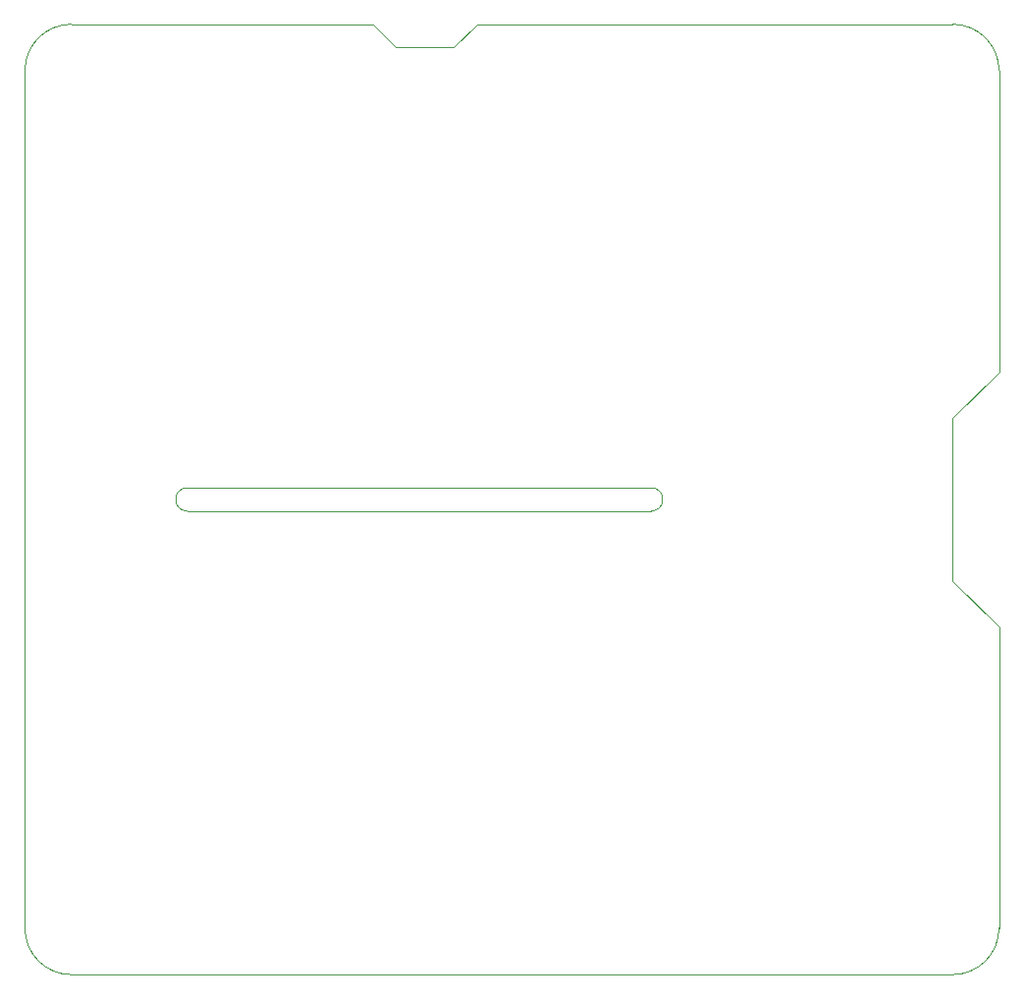
<source format=gbr>
%TF.GenerationSoftware,KiCad,Pcbnew,7.0.7*%
%TF.CreationDate,2023-11-17T01:25:33+08:00*%
%TF.ProjectId,Isolated Power Supply and LDO Verification,49736f6c-6174-4656-9420-506f77657220,rev?*%
%TF.SameCoordinates,Original*%
%TF.FileFunction,Profile,NP*%
%FSLAX46Y46*%
G04 Gerber Fmt 4.6, Leading zero omitted, Abs format (unit mm)*
G04 Created by KiCad (PCBNEW 7.0.7) date 2023-11-17 01:25:33*
%MOMM*%
%LPD*%
G01*
G04 APERTURE LIST*
%TA.AperFunction,Profile*%
%ADD10C,0.100000*%
%TD*%
G04 APERTURE END LIST*
D10*
X173000000Y-110000000D02*
G75*
G03*
X177000000Y-106000000I0J4000000D01*
G01*
X107000000Y-68000000D02*
G75*
G03*
X107000000Y-70000000I0J-1000000D01*
G01*
X123000000Y-28000000D02*
X125000000Y-30000000D01*
X130000000Y-30000000D02*
X132000000Y-28000000D01*
X97000000Y-28000000D02*
G75*
G03*
X93000000Y-32000000I0J-4000000D01*
G01*
X147000000Y-70000000D02*
G75*
G03*
X147000000Y-68000000I0J1000000D01*
G01*
X177000000Y-80000000D02*
X177000000Y-106000000D01*
X107000000Y-68000000D02*
X147000000Y-68000000D01*
X177000000Y-32000000D02*
G75*
G03*
X173000000Y-28000000I-4000000J0D01*
G01*
X173000000Y-62000000D02*
X173000000Y-76000000D01*
X125000000Y-30000000D02*
X130000000Y-30000000D01*
X97000000Y-28000000D02*
X123000000Y-28000000D01*
X132000000Y-28000000D02*
X173000000Y-28000000D01*
X93000000Y-32000000D02*
X93000000Y-61000000D01*
X93000000Y-106000000D02*
G75*
G03*
X97000000Y-110000000I4000000J0D01*
G01*
X93000000Y-61000000D02*
X93000000Y-106000000D01*
X173000000Y-76000000D02*
X177000000Y-80000000D01*
X173000000Y-110000000D02*
X145000000Y-110000000D01*
X107000000Y-70000000D02*
X147000000Y-70000000D01*
X177000000Y-32000000D02*
X177000000Y-58000000D01*
X177000000Y-58000000D02*
X173000000Y-62000000D01*
X145000000Y-110000000D02*
X97000000Y-110000000D01*
M02*

</source>
